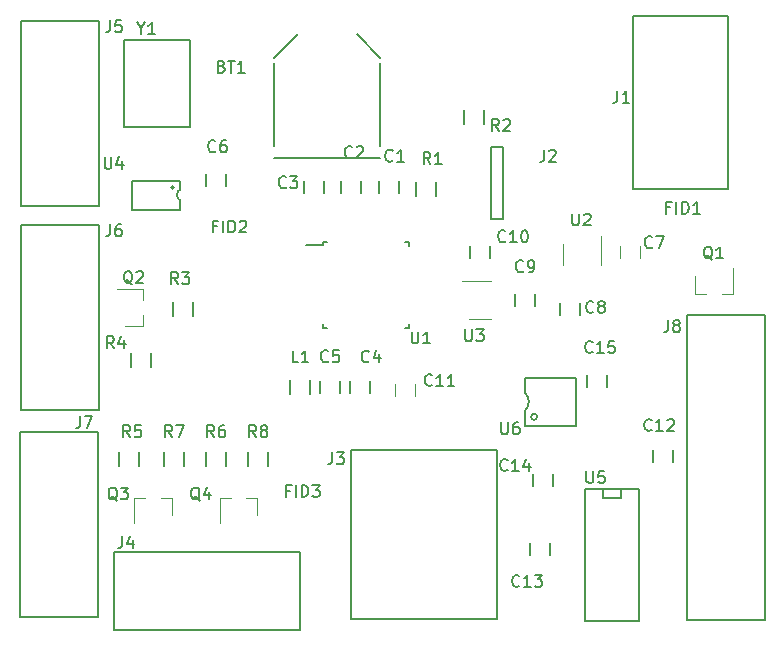
<source format=gbr>
G04 #@! TF.FileFunction,Legend,Top*
%FSLAX46Y46*%
G04 Gerber Fmt 4.6, Leading zero omitted, Abs format (unit mm)*
G04 Created by KiCad (PCBNEW 4.0.2-stable) date 1/20/2017 4:09:41 PM*
%MOMM*%
G01*
G04 APERTURE LIST*
%ADD10C,0.100000*%
%ADD11C,0.120000*%
%ADD12C,0.150000*%
G04 APERTURE END LIST*
D10*
D11*
X59858000Y-52440000D02*
X59858000Y-54240000D01*
X63078000Y-54240000D02*
X63078000Y-51790000D01*
D12*
X37385000Y-34640000D02*
X35385000Y-36640000D01*
X44385000Y-36640000D02*
X42385000Y-34640000D01*
X35385000Y-37140000D02*
X35385000Y-44140000D01*
X44385000Y-44140000D02*
X44385000Y-37140000D01*
X44385000Y-45140000D02*
X35385000Y-45140000D01*
X21868000Y-78488000D02*
X21868000Y-85088000D01*
X21868000Y-85088000D02*
X37568000Y-85088000D01*
X37568000Y-85088000D02*
X37568000Y-78488000D01*
X37568000Y-78488000D02*
X21868000Y-78488000D01*
X45935000Y-48125000D02*
X45935000Y-47125000D01*
X44235000Y-47125000D02*
X44235000Y-48125000D01*
X42760000Y-48125000D02*
X42760000Y-47125000D01*
X41060000Y-47125000D02*
X41060000Y-48125000D01*
X37885000Y-47125000D02*
X37885000Y-48125000D01*
X39585000Y-48125000D02*
X39585000Y-47125000D01*
X41822000Y-64016000D02*
X41822000Y-65016000D01*
X43522000Y-65016000D02*
X43522000Y-64016000D01*
X39282000Y-64016000D02*
X39282000Y-65016000D01*
X40982000Y-65016000D02*
X40982000Y-64016000D01*
X31330000Y-47490000D02*
X31330000Y-46490000D01*
X29630000Y-46490000D02*
X29630000Y-47490000D01*
X61302000Y-58412000D02*
X61302000Y-57412000D01*
X59602000Y-57412000D02*
X59602000Y-58412000D01*
X55792000Y-56650000D02*
X55792000Y-57650000D01*
X57492000Y-57650000D02*
X57492000Y-56650000D01*
X51982000Y-52586000D02*
X51982000Y-53586000D01*
X53682000Y-53586000D02*
X53682000Y-52586000D01*
X67476000Y-69858000D02*
X67476000Y-70858000D01*
X69176000Y-70858000D02*
X69176000Y-69858000D01*
X58762000Y-78732000D02*
X58762000Y-77732000D01*
X57062000Y-77732000D02*
X57062000Y-78732000D01*
X59016000Y-72890000D02*
X59016000Y-71890000D01*
X57316000Y-71890000D02*
X57316000Y-72890000D01*
X63588000Y-64508000D02*
X63588000Y-63508000D01*
X61888000Y-63508000D02*
X61888000Y-64508000D01*
X73866000Y-33132000D02*
X73866000Y-47752000D01*
X73866000Y-47752000D02*
X65786000Y-47752000D01*
X65786000Y-47752000D02*
X65786000Y-33132000D01*
X65786000Y-33132000D02*
X73866000Y-33132000D01*
X53721000Y-50292000D02*
X53721000Y-44196000D01*
X53721000Y-44196000D02*
X54737000Y-44196000D01*
X54737000Y-44196000D02*
X54737000Y-50292000D01*
X54737000Y-50292000D02*
X53721000Y-50292000D01*
X41910000Y-69880000D02*
X41910000Y-84180000D01*
X41910000Y-84180000D02*
X54260000Y-84180000D01*
X54260000Y-84180000D02*
X54260000Y-69880000D01*
X54260000Y-69880000D02*
X41910000Y-69880000D01*
X20572000Y-33552000D02*
X13972000Y-33552000D01*
X13972000Y-33552000D02*
X13972000Y-49252000D01*
X13972000Y-49252000D02*
X20572000Y-49252000D01*
X20572000Y-49252000D02*
X20572000Y-33552000D01*
X20572000Y-50824000D02*
X13972000Y-50824000D01*
X13972000Y-50824000D02*
X13972000Y-66524000D01*
X13972000Y-66524000D02*
X20572000Y-66524000D01*
X20572000Y-66524000D02*
X20572000Y-50824000D01*
X20445000Y-68350000D02*
X13845000Y-68350000D01*
X13845000Y-68350000D02*
X13845000Y-84050000D01*
X13845000Y-84050000D02*
X20445000Y-84050000D01*
X20445000Y-84050000D02*
X20445000Y-68350000D01*
X76960000Y-58444000D02*
X70360000Y-58444000D01*
X70360000Y-58444000D02*
X70360000Y-84304000D01*
X70360000Y-84304000D02*
X76960000Y-84304000D01*
X76960000Y-84304000D02*
X76960000Y-58444000D01*
X36717000Y-65116000D02*
X36717000Y-63916000D01*
X38467000Y-63916000D02*
X38467000Y-65116000D01*
D11*
X71064000Y-56640000D02*
X71994000Y-56640000D01*
X74224000Y-56640000D02*
X73294000Y-56640000D01*
X74224000Y-56640000D02*
X74224000Y-54480000D01*
X71064000Y-56640000D02*
X71064000Y-55180000D01*
X24255000Y-59365000D02*
X24255000Y-58435000D01*
X24255000Y-56205000D02*
X24255000Y-57135000D01*
X24255000Y-56205000D02*
X22095000Y-56205000D01*
X24255000Y-59365000D02*
X22795000Y-59365000D01*
X26726000Y-73916000D02*
X25796000Y-73916000D01*
X23566000Y-73916000D02*
X24496000Y-73916000D01*
X23566000Y-73916000D02*
X23566000Y-76076000D01*
X26726000Y-73916000D02*
X26726000Y-75376000D01*
X33965000Y-73916000D02*
X33035000Y-73916000D01*
X30805000Y-73916000D02*
X31735000Y-73916000D01*
X30805000Y-73916000D02*
X30805000Y-76076000D01*
X33965000Y-73916000D02*
X33965000Y-75376000D01*
D12*
X47385000Y-48352000D02*
X47385000Y-47152000D01*
X49135000Y-47152000D02*
X49135000Y-48352000D01*
X51449000Y-42256000D02*
X51449000Y-41056000D01*
X53199000Y-41056000D02*
X53199000Y-42256000D01*
X28561000Y-57312000D02*
X28561000Y-58512000D01*
X26811000Y-58512000D02*
X26811000Y-57312000D01*
X25005000Y-61630000D02*
X25005000Y-62830000D01*
X23255000Y-62830000D02*
X23255000Y-61630000D01*
X22239000Y-71212000D02*
X22239000Y-70012000D01*
X23989000Y-70012000D02*
X23989000Y-71212000D01*
X29605000Y-71212000D02*
X29605000Y-70012000D01*
X31355000Y-70012000D02*
X31355000Y-71212000D01*
X27799000Y-70012000D02*
X27799000Y-71212000D01*
X26049000Y-71212000D02*
X26049000Y-70012000D01*
X39555000Y-52255000D02*
X39555000Y-52480000D01*
X46805000Y-52255000D02*
X46805000Y-52580000D01*
X46805000Y-59505000D02*
X46805000Y-59180000D01*
X39555000Y-59505000D02*
X39555000Y-59180000D01*
X39555000Y-52255000D02*
X39880000Y-52255000D01*
X39555000Y-59505000D02*
X39880000Y-59505000D01*
X46805000Y-59505000D02*
X46480000Y-59505000D01*
X46805000Y-52255000D02*
X46480000Y-52255000D01*
X39555000Y-52480000D02*
X38130000Y-52480000D01*
D11*
X51932000Y-58760000D02*
X53732000Y-58760000D01*
X53732000Y-55540000D02*
X51282000Y-55540000D01*
D12*
X26924000Y-47625000D02*
G75*
G03X26924000Y-47625000I-127000J0D01*
G01*
X27432000Y-47117000D02*
X27432000Y-47879000D01*
X27432000Y-49530000D02*
X27432000Y-48641000D01*
X27305000Y-47879000D02*
G75*
G03X27305000Y-48641000I381000J-381000D01*
G01*
X27432000Y-47117000D02*
X23368000Y-47117000D01*
X23368000Y-47117000D02*
X23368000Y-49530000D01*
X23368000Y-49530000D02*
X27432000Y-49530000D01*
X64770000Y-73152000D02*
X64770000Y-73914000D01*
X64770000Y-73914000D02*
X63246000Y-73914000D01*
X63246000Y-73914000D02*
X63246000Y-73152000D01*
X66294000Y-84328000D02*
X61722000Y-84328000D01*
X61722000Y-84328000D02*
X61722000Y-73152000D01*
X61722000Y-73152000D02*
X66294000Y-73152000D01*
X66294000Y-73152000D02*
X66294000Y-84328000D01*
X57658000Y-67056000D02*
G75*
G03X57658000Y-67056000I-254000J0D01*
G01*
X56642000Y-67818000D02*
X56642000Y-66548000D01*
X56642000Y-63754000D02*
X56642000Y-65024000D01*
X56642000Y-66548000D02*
G75*
G03X56642000Y-65024000I-762000J762000D01*
G01*
X60960000Y-67564000D02*
X60960000Y-67818000D01*
X56642000Y-67818000D02*
X60960000Y-67818000D01*
X60960000Y-67564000D02*
X60960000Y-63754000D01*
X60960000Y-63754000D02*
X56642000Y-63754000D01*
X22676000Y-42556000D02*
X22676000Y-35156000D01*
X22676000Y-35156000D02*
X28276000Y-35156000D01*
X28276000Y-35156000D02*
X28276000Y-42556000D01*
X28276000Y-42556000D02*
X22676000Y-42556000D01*
D11*
X64682000Y-52586000D02*
X64682000Y-53586000D01*
X66382000Y-53586000D02*
X66382000Y-52586000D01*
D12*
X34911000Y-70012000D02*
X34911000Y-71212000D01*
X33161000Y-71212000D02*
X33161000Y-70012000D01*
D11*
X47332000Y-65270000D02*
X47332000Y-64270000D01*
X45632000Y-64270000D02*
X45632000Y-65270000D01*
D12*
X60638095Y-49852381D02*
X60638095Y-50661905D01*
X60685714Y-50757143D01*
X60733333Y-50804762D01*
X60828571Y-50852381D01*
X61019048Y-50852381D01*
X61114286Y-50804762D01*
X61161905Y-50757143D01*
X61209524Y-50661905D01*
X61209524Y-49852381D01*
X61638095Y-49947619D02*
X61685714Y-49900000D01*
X61780952Y-49852381D01*
X62019048Y-49852381D01*
X62114286Y-49900000D01*
X62161905Y-49947619D01*
X62209524Y-50042857D01*
X62209524Y-50138095D01*
X62161905Y-50280952D01*
X61590476Y-50852381D01*
X62209524Y-50852381D01*
X30964286Y-37393571D02*
X31107143Y-37441190D01*
X31154762Y-37488810D01*
X31202381Y-37584048D01*
X31202381Y-37726905D01*
X31154762Y-37822143D01*
X31107143Y-37869762D01*
X31011905Y-37917381D01*
X30630952Y-37917381D01*
X30630952Y-36917381D01*
X30964286Y-36917381D01*
X31059524Y-36965000D01*
X31107143Y-37012619D01*
X31154762Y-37107857D01*
X31154762Y-37203095D01*
X31107143Y-37298333D01*
X31059524Y-37345952D01*
X30964286Y-37393571D01*
X30630952Y-37393571D01*
X31488095Y-36917381D02*
X32059524Y-36917381D01*
X31773809Y-37917381D02*
X31773809Y-36917381D01*
X32916667Y-37917381D02*
X32345238Y-37917381D01*
X32630952Y-37917381D02*
X32630952Y-36917381D01*
X32535714Y-37060238D01*
X32440476Y-37155476D01*
X32345238Y-37203095D01*
X22526667Y-77176381D02*
X22526667Y-77890667D01*
X22479047Y-78033524D01*
X22383809Y-78128762D01*
X22240952Y-78176381D01*
X22145714Y-78176381D01*
X23431429Y-77509714D02*
X23431429Y-78176381D01*
X23193333Y-77128762D02*
X22955238Y-77843048D01*
X23574286Y-77843048D01*
X45433334Y-45357143D02*
X45385715Y-45404762D01*
X45242858Y-45452381D01*
X45147620Y-45452381D01*
X45004762Y-45404762D01*
X44909524Y-45309524D01*
X44861905Y-45214286D01*
X44814286Y-45023810D01*
X44814286Y-44880952D01*
X44861905Y-44690476D01*
X44909524Y-44595238D01*
X45004762Y-44500000D01*
X45147620Y-44452381D01*
X45242858Y-44452381D01*
X45385715Y-44500000D01*
X45433334Y-44547619D01*
X46385715Y-45452381D02*
X45814286Y-45452381D01*
X46100000Y-45452381D02*
X46100000Y-44452381D01*
X46004762Y-44595238D01*
X45909524Y-44690476D01*
X45814286Y-44738095D01*
X41997334Y-45061143D02*
X41949715Y-45108762D01*
X41806858Y-45156381D01*
X41711620Y-45156381D01*
X41568762Y-45108762D01*
X41473524Y-45013524D01*
X41425905Y-44918286D01*
X41378286Y-44727810D01*
X41378286Y-44584952D01*
X41425905Y-44394476D01*
X41473524Y-44299238D01*
X41568762Y-44204000D01*
X41711620Y-44156381D01*
X41806858Y-44156381D01*
X41949715Y-44204000D01*
X41997334Y-44251619D01*
X42378286Y-44251619D02*
X42425905Y-44204000D01*
X42521143Y-44156381D01*
X42759239Y-44156381D01*
X42854477Y-44204000D01*
X42902096Y-44251619D01*
X42949715Y-44346857D01*
X42949715Y-44442095D01*
X42902096Y-44584952D01*
X42330667Y-45156381D01*
X42949715Y-45156381D01*
X36409334Y-47601143D02*
X36361715Y-47648762D01*
X36218858Y-47696381D01*
X36123620Y-47696381D01*
X35980762Y-47648762D01*
X35885524Y-47553524D01*
X35837905Y-47458286D01*
X35790286Y-47267810D01*
X35790286Y-47124952D01*
X35837905Y-46934476D01*
X35885524Y-46839238D01*
X35980762Y-46744000D01*
X36123620Y-46696381D01*
X36218858Y-46696381D01*
X36361715Y-46744000D01*
X36409334Y-46791619D01*
X36742667Y-46696381D02*
X37361715Y-46696381D01*
X37028381Y-47077333D01*
X37171239Y-47077333D01*
X37266477Y-47124952D01*
X37314096Y-47172571D01*
X37361715Y-47267810D01*
X37361715Y-47505905D01*
X37314096Y-47601143D01*
X37266477Y-47648762D01*
X37171239Y-47696381D01*
X36885524Y-47696381D01*
X36790286Y-47648762D01*
X36742667Y-47601143D01*
X43433334Y-62357143D02*
X43385715Y-62404762D01*
X43242858Y-62452381D01*
X43147620Y-62452381D01*
X43004762Y-62404762D01*
X42909524Y-62309524D01*
X42861905Y-62214286D01*
X42814286Y-62023810D01*
X42814286Y-61880952D01*
X42861905Y-61690476D01*
X42909524Y-61595238D01*
X43004762Y-61500000D01*
X43147620Y-61452381D01*
X43242858Y-61452381D01*
X43385715Y-61500000D01*
X43433334Y-61547619D01*
X44290477Y-61785714D02*
X44290477Y-62452381D01*
X44052381Y-61404762D02*
X43814286Y-62119048D01*
X44433334Y-62119048D01*
X39965334Y-62333143D02*
X39917715Y-62380762D01*
X39774858Y-62428381D01*
X39679620Y-62428381D01*
X39536762Y-62380762D01*
X39441524Y-62285524D01*
X39393905Y-62190286D01*
X39346286Y-61999810D01*
X39346286Y-61856952D01*
X39393905Y-61666476D01*
X39441524Y-61571238D01*
X39536762Y-61476000D01*
X39679620Y-61428381D01*
X39774858Y-61428381D01*
X39917715Y-61476000D01*
X39965334Y-61523619D01*
X40870096Y-61428381D02*
X40393905Y-61428381D01*
X40346286Y-61904571D01*
X40393905Y-61856952D01*
X40489143Y-61809333D01*
X40727239Y-61809333D01*
X40822477Y-61856952D01*
X40870096Y-61904571D01*
X40917715Y-61999810D01*
X40917715Y-62237905D01*
X40870096Y-62333143D01*
X40822477Y-62380762D01*
X40727239Y-62428381D01*
X40489143Y-62428381D01*
X40393905Y-62380762D01*
X40346286Y-62333143D01*
X30433334Y-44557143D02*
X30385715Y-44604762D01*
X30242858Y-44652381D01*
X30147620Y-44652381D01*
X30004762Y-44604762D01*
X29909524Y-44509524D01*
X29861905Y-44414286D01*
X29814286Y-44223810D01*
X29814286Y-44080952D01*
X29861905Y-43890476D01*
X29909524Y-43795238D01*
X30004762Y-43700000D01*
X30147620Y-43652381D01*
X30242858Y-43652381D01*
X30385715Y-43700000D01*
X30433334Y-43747619D01*
X31290477Y-43652381D02*
X31100000Y-43652381D01*
X31004762Y-43700000D01*
X30957143Y-43747619D01*
X30861905Y-43890476D01*
X30814286Y-44080952D01*
X30814286Y-44461905D01*
X30861905Y-44557143D01*
X30909524Y-44604762D01*
X31004762Y-44652381D01*
X31195239Y-44652381D01*
X31290477Y-44604762D01*
X31338096Y-44557143D01*
X31385715Y-44461905D01*
X31385715Y-44223810D01*
X31338096Y-44128571D01*
X31290477Y-44080952D01*
X31195239Y-44033333D01*
X31004762Y-44033333D01*
X30909524Y-44080952D01*
X30861905Y-44128571D01*
X30814286Y-44223810D01*
X62433334Y-58157143D02*
X62385715Y-58204762D01*
X62242858Y-58252381D01*
X62147620Y-58252381D01*
X62004762Y-58204762D01*
X61909524Y-58109524D01*
X61861905Y-58014286D01*
X61814286Y-57823810D01*
X61814286Y-57680952D01*
X61861905Y-57490476D01*
X61909524Y-57395238D01*
X62004762Y-57300000D01*
X62147620Y-57252381D01*
X62242858Y-57252381D01*
X62385715Y-57300000D01*
X62433334Y-57347619D01*
X63004762Y-57680952D02*
X62909524Y-57633333D01*
X62861905Y-57585714D01*
X62814286Y-57490476D01*
X62814286Y-57442857D01*
X62861905Y-57347619D01*
X62909524Y-57300000D01*
X63004762Y-57252381D01*
X63195239Y-57252381D01*
X63290477Y-57300000D01*
X63338096Y-57347619D01*
X63385715Y-57442857D01*
X63385715Y-57490476D01*
X63338096Y-57585714D01*
X63290477Y-57633333D01*
X63195239Y-57680952D01*
X63004762Y-57680952D01*
X62909524Y-57728571D01*
X62861905Y-57776190D01*
X62814286Y-57871429D01*
X62814286Y-58061905D01*
X62861905Y-58157143D01*
X62909524Y-58204762D01*
X63004762Y-58252381D01*
X63195239Y-58252381D01*
X63290477Y-58204762D01*
X63338096Y-58157143D01*
X63385715Y-58061905D01*
X63385715Y-57871429D01*
X63338096Y-57776190D01*
X63290477Y-57728571D01*
X63195239Y-57680952D01*
X56475334Y-54713143D02*
X56427715Y-54760762D01*
X56284858Y-54808381D01*
X56189620Y-54808381D01*
X56046762Y-54760762D01*
X55951524Y-54665524D01*
X55903905Y-54570286D01*
X55856286Y-54379810D01*
X55856286Y-54236952D01*
X55903905Y-54046476D01*
X55951524Y-53951238D01*
X56046762Y-53856000D01*
X56189620Y-53808381D01*
X56284858Y-53808381D01*
X56427715Y-53856000D01*
X56475334Y-53903619D01*
X56951524Y-54808381D02*
X57142000Y-54808381D01*
X57237239Y-54760762D01*
X57284858Y-54713143D01*
X57380096Y-54570286D01*
X57427715Y-54379810D01*
X57427715Y-53998857D01*
X57380096Y-53903619D01*
X57332477Y-53856000D01*
X57237239Y-53808381D01*
X57046762Y-53808381D01*
X56951524Y-53856000D01*
X56903905Y-53903619D01*
X56856286Y-53998857D01*
X56856286Y-54236952D01*
X56903905Y-54332190D01*
X56951524Y-54379810D01*
X57046762Y-54427429D01*
X57237239Y-54427429D01*
X57332477Y-54379810D01*
X57380096Y-54332190D01*
X57427715Y-54236952D01*
X54983143Y-52173143D02*
X54935524Y-52220762D01*
X54792667Y-52268381D01*
X54697429Y-52268381D01*
X54554571Y-52220762D01*
X54459333Y-52125524D01*
X54411714Y-52030286D01*
X54364095Y-51839810D01*
X54364095Y-51696952D01*
X54411714Y-51506476D01*
X54459333Y-51411238D01*
X54554571Y-51316000D01*
X54697429Y-51268381D01*
X54792667Y-51268381D01*
X54935524Y-51316000D01*
X54983143Y-51363619D01*
X55935524Y-52268381D02*
X55364095Y-52268381D01*
X55649809Y-52268381D02*
X55649809Y-51268381D01*
X55554571Y-51411238D01*
X55459333Y-51506476D01*
X55364095Y-51554095D01*
X56554571Y-51268381D02*
X56649810Y-51268381D01*
X56745048Y-51316000D01*
X56792667Y-51363619D01*
X56840286Y-51458857D01*
X56887905Y-51649333D01*
X56887905Y-51887429D01*
X56840286Y-52077905D01*
X56792667Y-52173143D01*
X56745048Y-52220762D01*
X56649810Y-52268381D01*
X56554571Y-52268381D01*
X56459333Y-52220762D01*
X56411714Y-52173143D01*
X56364095Y-52077905D01*
X56316476Y-51887429D01*
X56316476Y-51649333D01*
X56364095Y-51458857D01*
X56411714Y-51363619D01*
X56459333Y-51316000D01*
X56554571Y-51268381D01*
X67357143Y-68157143D02*
X67309524Y-68204762D01*
X67166667Y-68252381D01*
X67071429Y-68252381D01*
X66928571Y-68204762D01*
X66833333Y-68109524D01*
X66785714Y-68014286D01*
X66738095Y-67823810D01*
X66738095Y-67680952D01*
X66785714Y-67490476D01*
X66833333Y-67395238D01*
X66928571Y-67300000D01*
X67071429Y-67252381D01*
X67166667Y-67252381D01*
X67309524Y-67300000D01*
X67357143Y-67347619D01*
X68309524Y-68252381D02*
X67738095Y-68252381D01*
X68023809Y-68252381D02*
X68023809Y-67252381D01*
X67928571Y-67395238D01*
X67833333Y-67490476D01*
X67738095Y-67538095D01*
X68690476Y-67347619D02*
X68738095Y-67300000D01*
X68833333Y-67252381D01*
X69071429Y-67252381D01*
X69166667Y-67300000D01*
X69214286Y-67347619D01*
X69261905Y-67442857D01*
X69261905Y-67538095D01*
X69214286Y-67680952D01*
X68642857Y-68252381D01*
X69261905Y-68252381D01*
X56157143Y-81357143D02*
X56109524Y-81404762D01*
X55966667Y-81452381D01*
X55871429Y-81452381D01*
X55728571Y-81404762D01*
X55633333Y-81309524D01*
X55585714Y-81214286D01*
X55538095Y-81023810D01*
X55538095Y-80880952D01*
X55585714Y-80690476D01*
X55633333Y-80595238D01*
X55728571Y-80500000D01*
X55871429Y-80452381D01*
X55966667Y-80452381D01*
X56109524Y-80500000D01*
X56157143Y-80547619D01*
X57109524Y-81452381D02*
X56538095Y-81452381D01*
X56823809Y-81452381D02*
X56823809Y-80452381D01*
X56728571Y-80595238D01*
X56633333Y-80690476D01*
X56538095Y-80738095D01*
X57442857Y-80452381D02*
X58061905Y-80452381D01*
X57728571Y-80833333D01*
X57871429Y-80833333D01*
X57966667Y-80880952D01*
X58014286Y-80928571D01*
X58061905Y-81023810D01*
X58061905Y-81261905D01*
X58014286Y-81357143D01*
X57966667Y-81404762D01*
X57871429Y-81452381D01*
X57585714Y-81452381D01*
X57490476Y-81404762D01*
X57442857Y-81357143D01*
X55157143Y-71557143D02*
X55109524Y-71604762D01*
X54966667Y-71652381D01*
X54871429Y-71652381D01*
X54728571Y-71604762D01*
X54633333Y-71509524D01*
X54585714Y-71414286D01*
X54538095Y-71223810D01*
X54538095Y-71080952D01*
X54585714Y-70890476D01*
X54633333Y-70795238D01*
X54728571Y-70700000D01*
X54871429Y-70652381D01*
X54966667Y-70652381D01*
X55109524Y-70700000D01*
X55157143Y-70747619D01*
X56109524Y-71652381D02*
X55538095Y-71652381D01*
X55823809Y-71652381D02*
X55823809Y-70652381D01*
X55728571Y-70795238D01*
X55633333Y-70890476D01*
X55538095Y-70938095D01*
X56966667Y-70985714D02*
X56966667Y-71652381D01*
X56728571Y-70604762D02*
X56490476Y-71319048D01*
X57109524Y-71319048D01*
X62357143Y-61557143D02*
X62309524Y-61604762D01*
X62166667Y-61652381D01*
X62071429Y-61652381D01*
X61928571Y-61604762D01*
X61833333Y-61509524D01*
X61785714Y-61414286D01*
X61738095Y-61223810D01*
X61738095Y-61080952D01*
X61785714Y-60890476D01*
X61833333Y-60795238D01*
X61928571Y-60700000D01*
X62071429Y-60652381D01*
X62166667Y-60652381D01*
X62309524Y-60700000D01*
X62357143Y-60747619D01*
X63309524Y-61652381D02*
X62738095Y-61652381D01*
X63023809Y-61652381D02*
X63023809Y-60652381D01*
X62928571Y-60795238D01*
X62833333Y-60890476D01*
X62738095Y-60938095D01*
X64214286Y-60652381D02*
X63738095Y-60652381D01*
X63690476Y-61128571D01*
X63738095Y-61080952D01*
X63833333Y-61033333D01*
X64071429Y-61033333D01*
X64166667Y-61080952D01*
X64214286Y-61128571D01*
X64261905Y-61223810D01*
X64261905Y-61461905D01*
X64214286Y-61557143D01*
X64166667Y-61604762D01*
X64071429Y-61652381D01*
X63833333Y-61652381D01*
X63738095Y-61604762D01*
X63690476Y-61557143D01*
X64466667Y-39452381D02*
X64466667Y-40166667D01*
X64419047Y-40309524D01*
X64323809Y-40404762D01*
X64180952Y-40452381D01*
X64085714Y-40452381D01*
X65466667Y-40452381D02*
X64895238Y-40452381D01*
X65180952Y-40452381D02*
X65180952Y-39452381D01*
X65085714Y-39595238D01*
X64990476Y-39690476D01*
X64895238Y-39738095D01*
X58266667Y-44452381D02*
X58266667Y-45166667D01*
X58219047Y-45309524D01*
X58123809Y-45404762D01*
X57980952Y-45452381D01*
X57885714Y-45452381D01*
X58695238Y-44547619D02*
X58742857Y-44500000D01*
X58838095Y-44452381D01*
X59076191Y-44452381D01*
X59171429Y-44500000D01*
X59219048Y-44547619D01*
X59266667Y-44642857D01*
X59266667Y-44738095D01*
X59219048Y-44880952D01*
X58647619Y-45452381D01*
X59266667Y-45452381D01*
X40306667Y-70064381D02*
X40306667Y-70778667D01*
X40259047Y-70921524D01*
X40163809Y-71016762D01*
X40020952Y-71064381D01*
X39925714Y-71064381D01*
X40687619Y-70064381D02*
X41306667Y-70064381D01*
X40973333Y-70445333D01*
X41116191Y-70445333D01*
X41211429Y-70492952D01*
X41259048Y-70540571D01*
X41306667Y-70635810D01*
X41306667Y-70873905D01*
X41259048Y-70969143D01*
X41211429Y-71016762D01*
X41116191Y-71064381D01*
X40830476Y-71064381D01*
X40735238Y-71016762D01*
X40687619Y-70969143D01*
X21510667Y-33488381D02*
X21510667Y-34202667D01*
X21463047Y-34345524D01*
X21367809Y-34440762D01*
X21224952Y-34488381D01*
X21129714Y-34488381D01*
X22463048Y-33488381D02*
X21986857Y-33488381D01*
X21939238Y-33964571D01*
X21986857Y-33916952D01*
X22082095Y-33869333D01*
X22320191Y-33869333D01*
X22415429Y-33916952D01*
X22463048Y-33964571D01*
X22510667Y-34059810D01*
X22510667Y-34297905D01*
X22463048Y-34393143D01*
X22415429Y-34440762D01*
X22320191Y-34488381D01*
X22082095Y-34488381D01*
X21986857Y-34440762D01*
X21939238Y-34393143D01*
X21510667Y-50760381D02*
X21510667Y-51474667D01*
X21463047Y-51617524D01*
X21367809Y-51712762D01*
X21224952Y-51760381D01*
X21129714Y-51760381D01*
X22415429Y-50760381D02*
X22224952Y-50760381D01*
X22129714Y-50808000D01*
X22082095Y-50855619D01*
X21986857Y-50998476D01*
X21939238Y-51188952D01*
X21939238Y-51569905D01*
X21986857Y-51665143D01*
X22034476Y-51712762D01*
X22129714Y-51760381D01*
X22320191Y-51760381D01*
X22415429Y-51712762D01*
X22463048Y-51665143D01*
X22510667Y-51569905D01*
X22510667Y-51331810D01*
X22463048Y-51236571D01*
X22415429Y-51188952D01*
X22320191Y-51141333D01*
X22129714Y-51141333D01*
X22034476Y-51188952D01*
X21986857Y-51236571D01*
X21939238Y-51331810D01*
X18970667Y-67016381D02*
X18970667Y-67730667D01*
X18923047Y-67873524D01*
X18827809Y-67968762D01*
X18684952Y-68016381D01*
X18589714Y-68016381D01*
X19351619Y-67016381D02*
X20018286Y-67016381D01*
X19589714Y-68016381D01*
X68754667Y-58888381D02*
X68754667Y-59602667D01*
X68707047Y-59745524D01*
X68611809Y-59840762D01*
X68468952Y-59888381D01*
X68373714Y-59888381D01*
X69373714Y-59316952D02*
X69278476Y-59269333D01*
X69230857Y-59221714D01*
X69183238Y-59126476D01*
X69183238Y-59078857D01*
X69230857Y-58983619D01*
X69278476Y-58936000D01*
X69373714Y-58888381D01*
X69564191Y-58888381D01*
X69659429Y-58936000D01*
X69707048Y-58983619D01*
X69754667Y-59078857D01*
X69754667Y-59126476D01*
X69707048Y-59221714D01*
X69659429Y-59269333D01*
X69564191Y-59316952D01*
X69373714Y-59316952D01*
X69278476Y-59364571D01*
X69230857Y-59412190D01*
X69183238Y-59507429D01*
X69183238Y-59697905D01*
X69230857Y-59793143D01*
X69278476Y-59840762D01*
X69373714Y-59888381D01*
X69564191Y-59888381D01*
X69659429Y-59840762D01*
X69707048Y-59793143D01*
X69754667Y-59697905D01*
X69754667Y-59507429D01*
X69707048Y-59412190D01*
X69659429Y-59364571D01*
X69564191Y-59316952D01*
X37433334Y-62452381D02*
X36957143Y-62452381D01*
X36957143Y-61452381D01*
X38290477Y-62452381D02*
X37719048Y-62452381D01*
X38004762Y-62452381D02*
X38004762Y-61452381D01*
X37909524Y-61595238D01*
X37814286Y-61690476D01*
X37719048Y-61738095D01*
X72504762Y-53747619D02*
X72409524Y-53700000D01*
X72314286Y-53604762D01*
X72171429Y-53461905D01*
X72076190Y-53414286D01*
X71980952Y-53414286D01*
X72028571Y-53652381D02*
X71933333Y-53604762D01*
X71838095Y-53509524D01*
X71790476Y-53319048D01*
X71790476Y-52985714D01*
X71838095Y-52795238D01*
X71933333Y-52700000D01*
X72028571Y-52652381D01*
X72219048Y-52652381D01*
X72314286Y-52700000D01*
X72409524Y-52795238D01*
X72457143Y-52985714D01*
X72457143Y-53319048D01*
X72409524Y-53509524D01*
X72314286Y-53604762D01*
X72219048Y-53652381D01*
X72028571Y-53652381D01*
X73409524Y-53652381D02*
X72838095Y-53652381D01*
X73123809Y-53652381D02*
X73123809Y-52652381D01*
X73028571Y-52795238D01*
X72933333Y-52890476D01*
X72838095Y-52938095D01*
X23399762Y-55832619D02*
X23304524Y-55785000D01*
X23209286Y-55689762D01*
X23066429Y-55546905D01*
X22971190Y-55499286D01*
X22875952Y-55499286D01*
X22923571Y-55737381D02*
X22828333Y-55689762D01*
X22733095Y-55594524D01*
X22685476Y-55404048D01*
X22685476Y-55070714D01*
X22733095Y-54880238D01*
X22828333Y-54785000D01*
X22923571Y-54737381D01*
X23114048Y-54737381D01*
X23209286Y-54785000D01*
X23304524Y-54880238D01*
X23352143Y-55070714D01*
X23352143Y-55404048D01*
X23304524Y-55594524D01*
X23209286Y-55689762D01*
X23114048Y-55737381D01*
X22923571Y-55737381D01*
X23733095Y-54832619D02*
X23780714Y-54785000D01*
X23875952Y-54737381D01*
X24114048Y-54737381D01*
X24209286Y-54785000D01*
X24256905Y-54832619D01*
X24304524Y-54927857D01*
X24304524Y-55023095D01*
X24256905Y-55165952D01*
X23685476Y-55737381D01*
X24304524Y-55737381D01*
X22104762Y-74147619D02*
X22009524Y-74100000D01*
X21914286Y-74004762D01*
X21771429Y-73861905D01*
X21676190Y-73814286D01*
X21580952Y-73814286D01*
X21628571Y-74052381D02*
X21533333Y-74004762D01*
X21438095Y-73909524D01*
X21390476Y-73719048D01*
X21390476Y-73385714D01*
X21438095Y-73195238D01*
X21533333Y-73100000D01*
X21628571Y-73052381D01*
X21819048Y-73052381D01*
X21914286Y-73100000D01*
X22009524Y-73195238D01*
X22057143Y-73385714D01*
X22057143Y-73719048D01*
X22009524Y-73909524D01*
X21914286Y-74004762D01*
X21819048Y-74052381D01*
X21628571Y-74052381D01*
X22390476Y-73052381D02*
X23009524Y-73052381D01*
X22676190Y-73433333D01*
X22819048Y-73433333D01*
X22914286Y-73480952D01*
X22961905Y-73528571D01*
X23009524Y-73623810D01*
X23009524Y-73861905D01*
X22961905Y-73957143D01*
X22914286Y-74004762D01*
X22819048Y-74052381D01*
X22533333Y-74052381D01*
X22438095Y-74004762D01*
X22390476Y-73957143D01*
X29104762Y-74147619D02*
X29009524Y-74100000D01*
X28914286Y-74004762D01*
X28771429Y-73861905D01*
X28676190Y-73814286D01*
X28580952Y-73814286D01*
X28628571Y-74052381D02*
X28533333Y-74004762D01*
X28438095Y-73909524D01*
X28390476Y-73719048D01*
X28390476Y-73385714D01*
X28438095Y-73195238D01*
X28533333Y-73100000D01*
X28628571Y-73052381D01*
X28819048Y-73052381D01*
X28914286Y-73100000D01*
X29009524Y-73195238D01*
X29057143Y-73385714D01*
X29057143Y-73719048D01*
X29009524Y-73909524D01*
X28914286Y-74004762D01*
X28819048Y-74052381D01*
X28628571Y-74052381D01*
X29914286Y-73385714D02*
X29914286Y-74052381D01*
X29676190Y-73004762D02*
X29438095Y-73719048D01*
X30057143Y-73719048D01*
X48633334Y-45652381D02*
X48300000Y-45176190D01*
X48061905Y-45652381D02*
X48061905Y-44652381D01*
X48442858Y-44652381D01*
X48538096Y-44700000D01*
X48585715Y-44747619D01*
X48633334Y-44842857D01*
X48633334Y-44985714D01*
X48585715Y-45080952D01*
X48538096Y-45128571D01*
X48442858Y-45176190D01*
X48061905Y-45176190D01*
X49585715Y-45652381D02*
X49014286Y-45652381D01*
X49300000Y-45652381D02*
X49300000Y-44652381D01*
X49204762Y-44795238D01*
X49109524Y-44890476D01*
X49014286Y-44938095D01*
X54433334Y-42852381D02*
X54100000Y-42376190D01*
X53861905Y-42852381D02*
X53861905Y-41852381D01*
X54242858Y-41852381D01*
X54338096Y-41900000D01*
X54385715Y-41947619D01*
X54433334Y-42042857D01*
X54433334Y-42185714D01*
X54385715Y-42280952D01*
X54338096Y-42328571D01*
X54242858Y-42376190D01*
X53861905Y-42376190D01*
X54814286Y-41947619D02*
X54861905Y-41900000D01*
X54957143Y-41852381D01*
X55195239Y-41852381D01*
X55290477Y-41900000D01*
X55338096Y-41947619D01*
X55385715Y-42042857D01*
X55385715Y-42138095D01*
X55338096Y-42280952D01*
X54766667Y-42852381D01*
X55385715Y-42852381D01*
X27265334Y-55824381D02*
X26932000Y-55348190D01*
X26693905Y-55824381D02*
X26693905Y-54824381D01*
X27074858Y-54824381D01*
X27170096Y-54872000D01*
X27217715Y-54919619D01*
X27265334Y-55014857D01*
X27265334Y-55157714D01*
X27217715Y-55252952D01*
X27170096Y-55300571D01*
X27074858Y-55348190D01*
X26693905Y-55348190D01*
X27598667Y-54824381D02*
X28217715Y-54824381D01*
X27884381Y-55205333D01*
X28027239Y-55205333D01*
X28122477Y-55252952D01*
X28170096Y-55300571D01*
X28217715Y-55395810D01*
X28217715Y-55633905D01*
X28170096Y-55729143D01*
X28122477Y-55776762D01*
X28027239Y-55824381D01*
X27741524Y-55824381D01*
X27646286Y-55776762D01*
X27598667Y-55729143D01*
X21833334Y-61252381D02*
X21500000Y-60776190D01*
X21261905Y-61252381D02*
X21261905Y-60252381D01*
X21642858Y-60252381D01*
X21738096Y-60300000D01*
X21785715Y-60347619D01*
X21833334Y-60442857D01*
X21833334Y-60585714D01*
X21785715Y-60680952D01*
X21738096Y-60728571D01*
X21642858Y-60776190D01*
X21261905Y-60776190D01*
X22690477Y-60585714D02*
X22690477Y-61252381D01*
X22452381Y-60204762D02*
X22214286Y-60919048D01*
X22833334Y-60919048D01*
X23201334Y-68778381D02*
X22868000Y-68302190D01*
X22629905Y-68778381D02*
X22629905Y-67778381D01*
X23010858Y-67778381D01*
X23106096Y-67826000D01*
X23153715Y-67873619D01*
X23201334Y-67968857D01*
X23201334Y-68111714D01*
X23153715Y-68206952D01*
X23106096Y-68254571D01*
X23010858Y-68302190D01*
X22629905Y-68302190D01*
X24106096Y-67778381D02*
X23629905Y-67778381D01*
X23582286Y-68254571D01*
X23629905Y-68206952D01*
X23725143Y-68159333D01*
X23963239Y-68159333D01*
X24058477Y-68206952D01*
X24106096Y-68254571D01*
X24153715Y-68349810D01*
X24153715Y-68587905D01*
X24106096Y-68683143D01*
X24058477Y-68730762D01*
X23963239Y-68778381D01*
X23725143Y-68778381D01*
X23629905Y-68730762D01*
X23582286Y-68683143D01*
X30313334Y-68778381D02*
X29980000Y-68302190D01*
X29741905Y-68778381D02*
X29741905Y-67778381D01*
X30122858Y-67778381D01*
X30218096Y-67826000D01*
X30265715Y-67873619D01*
X30313334Y-67968857D01*
X30313334Y-68111714D01*
X30265715Y-68206952D01*
X30218096Y-68254571D01*
X30122858Y-68302190D01*
X29741905Y-68302190D01*
X31170477Y-67778381D02*
X30980000Y-67778381D01*
X30884762Y-67826000D01*
X30837143Y-67873619D01*
X30741905Y-68016476D01*
X30694286Y-68206952D01*
X30694286Y-68587905D01*
X30741905Y-68683143D01*
X30789524Y-68730762D01*
X30884762Y-68778381D01*
X31075239Y-68778381D01*
X31170477Y-68730762D01*
X31218096Y-68683143D01*
X31265715Y-68587905D01*
X31265715Y-68349810D01*
X31218096Y-68254571D01*
X31170477Y-68206952D01*
X31075239Y-68159333D01*
X30884762Y-68159333D01*
X30789524Y-68206952D01*
X30741905Y-68254571D01*
X30694286Y-68349810D01*
X26757334Y-68778381D02*
X26424000Y-68302190D01*
X26185905Y-68778381D02*
X26185905Y-67778381D01*
X26566858Y-67778381D01*
X26662096Y-67826000D01*
X26709715Y-67873619D01*
X26757334Y-67968857D01*
X26757334Y-68111714D01*
X26709715Y-68206952D01*
X26662096Y-68254571D01*
X26566858Y-68302190D01*
X26185905Y-68302190D01*
X27090667Y-67778381D02*
X27757334Y-67778381D01*
X27328762Y-68778381D01*
X47038095Y-59852381D02*
X47038095Y-60661905D01*
X47085714Y-60757143D01*
X47133333Y-60804762D01*
X47228571Y-60852381D01*
X47419048Y-60852381D01*
X47514286Y-60804762D01*
X47561905Y-60757143D01*
X47609524Y-60661905D01*
X47609524Y-59852381D01*
X48609524Y-60852381D02*
X48038095Y-60852381D01*
X48323809Y-60852381D02*
X48323809Y-59852381D01*
X48228571Y-59995238D01*
X48133333Y-60090476D01*
X48038095Y-60138095D01*
X51562095Y-59650381D02*
X51562095Y-60459905D01*
X51609714Y-60555143D01*
X51657333Y-60602762D01*
X51752571Y-60650381D01*
X51943048Y-60650381D01*
X52038286Y-60602762D01*
X52085905Y-60555143D01*
X52133524Y-60459905D01*
X52133524Y-59650381D01*
X52514476Y-59650381D02*
X53133524Y-59650381D01*
X52800190Y-60031333D01*
X52943048Y-60031333D01*
X53038286Y-60078952D01*
X53085905Y-60126571D01*
X53133524Y-60221810D01*
X53133524Y-60459905D01*
X53085905Y-60555143D01*
X53038286Y-60602762D01*
X52943048Y-60650381D01*
X52657333Y-60650381D01*
X52562095Y-60602762D01*
X52514476Y-60555143D01*
X21038095Y-45052381D02*
X21038095Y-45861905D01*
X21085714Y-45957143D01*
X21133333Y-46004762D01*
X21228571Y-46052381D01*
X21419048Y-46052381D01*
X21514286Y-46004762D01*
X21561905Y-45957143D01*
X21609524Y-45861905D01*
X21609524Y-45052381D01*
X22514286Y-45385714D02*
X22514286Y-46052381D01*
X22276190Y-45004762D02*
X22038095Y-45719048D01*
X22657143Y-45719048D01*
X61838095Y-71652381D02*
X61838095Y-72461905D01*
X61885714Y-72557143D01*
X61933333Y-72604762D01*
X62028571Y-72652381D01*
X62219048Y-72652381D01*
X62314286Y-72604762D01*
X62361905Y-72557143D01*
X62409524Y-72461905D01*
X62409524Y-71652381D01*
X63361905Y-71652381D02*
X62885714Y-71652381D01*
X62838095Y-72128571D01*
X62885714Y-72080952D01*
X62980952Y-72033333D01*
X63219048Y-72033333D01*
X63314286Y-72080952D01*
X63361905Y-72128571D01*
X63409524Y-72223810D01*
X63409524Y-72461905D01*
X63361905Y-72557143D01*
X63314286Y-72604762D01*
X63219048Y-72652381D01*
X62980952Y-72652381D01*
X62885714Y-72604762D01*
X62838095Y-72557143D01*
X54610095Y-67524381D02*
X54610095Y-68333905D01*
X54657714Y-68429143D01*
X54705333Y-68476762D01*
X54800571Y-68524381D01*
X54991048Y-68524381D01*
X55086286Y-68476762D01*
X55133905Y-68429143D01*
X55181524Y-68333905D01*
X55181524Y-67524381D01*
X56086286Y-67524381D02*
X55895809Y-67524381D01*
X55800571Y-67572000D01*
X55752952Y-67619619D01*
X55657714Y-67762476D01*
X55610095Y-67952952D01*
X55610095Y-68333905D01*
X55657714Y-68429143D01*
X55705333Y-68476762D01*
X55800571Y-68524381D01*
X55991048Y-68524381D01*
X56086286Y-68476762D01*
X56133905Y-68429143D01*
X56181524Y-68333905D01*
X56181524Y-68095810D01*
X56133905Y-68000571D01*
X56086286Y-67952952D01*
X55991048Y-67905333D01*
X55800571Y-67905333D01*
X55705333Y-67952952D01*
X55657714Y-68000571D01*
X55610095Y-68095810D01*
X24123809Y-34176190D02*
X24123809Y-34652381D01*
X23790476Y-33652381D02*
X24123809Y-34176190D01*
X24457143Y-33652381D01*
X25314286Y-34652381D02*
X24742857Y-34652381D01*
X25028571Y-34652381D02*
X25028571Y-33652381D01*
X24933333Y-33795238D01*
X24838095Y-33890476D01*
X24742857Y-33938095D01*
X67397334Y-52681143D02*
X67349715Y-52728762D01*
X67206858Y-52776381D01*
X67111620Y-52776381D01*
X66968762Y-52728762D01*
X66873524Y-52633524D01*
X66825905Y-52538286D01*
X66778286Y-52347810D01*
X66778286Y-52204952D01*
X66825905Y-52014476D01*
X66873524Y-51919238D01*
X66968762Y-51824000D01*
X67111620Y-51776381D01*
X67206858Y-51776381D01*
X67349715Y-51824000D01*
X67397334Y-51871619D01*
X67730667Y-51776381D02*
X68397334Y-51776381D01*
X67968762Y-52776381D01*
X33869334Y-68778381D02*
X33536000Y-68302190D01*
X33297905Y-68778381D02*
X33297905Y-67778381D01*
X33678858Y-67778381D01*
X33774096Y-67826000D01*
X33821715Y-67873619D01*
X33869334Y-67968857D01*
X33869334Y-68111714D01*
X33821715Y-68206952D01*
X33774096Y-68254571D01*
X33678858Y-68302190D01*
X33297905Y-68302190D01*
X34440762Y-68206952D02*
X34345524Y-68159333D01*
X34297905Y-68111714D01*
X34250286Y-68016476D01*
X34250286Y-67968857D01*
X34297905Y-67873619D01*
X34345524Y-67826000D01*
X34440762Y-67778381D01*
X34631239Y-67778381D01*
X34726477Y-67826000D01*
X34774096Y-67873619D01*
X34821715Y-67968857D01*
X34821715Y-68016476D01*
X34774096Y-68111714D01*
X34726477Y-68159333D01*
X34631239Y-68206952D01*
X34440762Y-68206952D01*
X34345524Y-68254571D01*
X34297905Y-68302190D01*
X34250286Y-68397429D01*
X34250286Y-68587905D01*
X34297905Y-68683143D01*
X34345524Y-68730762D01*
X34440762Y-68778381D01*
X34631239Y-68778381D01*
X34726477Y-68730762D01*
X34774096Y-68683143D01*
X34821715Y-68587905D01*
X34821715Y-68397429D01*
X34774096Y-68302190D01*
X34726477Y-68254571D01*
X34631239Y-68206952D01*
X36728572Y-73328571D02*
X36395238Y-73328571D01*
X36395238Y-73852381D02*
X36395238Y-72852381D01*
X36871429Y-72852381D01*
X37252381Y-73852381D02*
X37252381Y-72852381D01*
X37728571Y-73852381D02*
X37728571Y-72852381D01*
X37966666Y-72852381D01*
X38109524Y-72900000D01*
X38204762Y-72995238D01*
X38252381Y-73090476D01*
X38300000Y-73280952D01*
X38300000Y-73423810D01*
X38252381Y-73614286D01*
X38204762Y-73709524D01*
X38109524Y-73804762D01*
X37966666Y-73852381D01*
X37728571Y-73852381D01*
X38633333Y-72852381D02*
X39252381Y-72852381D01*
X38919047Y-73233333D01*
X39061905Y-73233333D01*
X39157143Y-73280952D01*
X39204762Y-73328571D01*
X39252381Y-73423810D01*
X39252381Y-73661905D01*
X39204762Y-73757143D01*
X39157143Y-73804762D01*
X39061905Y-73852381D01*
X38776190Y-73852381D01*
X38680952Y-73804762D01*
X38633333Y-73757143D01*
X30528572Y-50928571D02*
X30195238Y-50928571D01*
X30195238Y-51452381D02*
X30195238Y-50452381D01*
X30671429Y-50452381D01*
X31052381Y-51452381D02*
X31052381Y-50452381D01*
X31528571Y-51452381D02*
X31528571Y-50452381D01*
X31766666Y-50452381D01*
X31909524Y-50500000D01*
X32004762Y-50595238D01*
X32052381Y-50690476D01*
X32100000Y-50880952D01*
X32100000Y-51023810D01*
X32052381Y-51214286D01*
X32004762Y-51309524D01*
X31909524Y-51404762D01*
X31766666Y-51452381D01*
X31528571Y-51452381D01*
X32480952Y-50547619D02*
X32528571Y-50500000D01*
X32623809Y-50452381D01*
X32861905Y-50452381D01*
X32957143Y-50500000D01*
X33004762Y-50547619D01*
X33052381Y-50642857D01*
X33052381Y-50738095D01*
X33004762Y-50880952D01*
X32433333Y-51452381D01*
X33052381Y-51452381D01*
X68928572Y-49328571D02*
X68595238Y-49328571D01*
X68595238Y-49852381D02*
X68595238Y-48852381D01*
X69071429Y-48852381D01*
X69452381Y-49852381D02*
X69452381Y-48852381D01*
X69928571Y-49852381D02*
X69928571Y-48852381D01*
X70166666Y-48852381D01*
X70309524Y-48900000D01*
X70404762Y-48995238D01*
X70452381Y-49090476D01*
X70500000Y-49280952D01*
X70500000Y-49423810D01*
X70452381Y-49614286D01*
X70404762Y-49709524D01*
X70309524Y-49804762D01*
X70166666Y-49852381D01*
X69928571Y-49852381D01*
X71452381Y-49852381D02*
X70880952Y-49852381D01*
X71166666Y-49852381D02*
X71166666Y-48852381D01*
X71071428Y-48995238D01*
X70976190Y-49090476D01*
X70880952Y-49138095D01*
X48757143Y-64357143D02*
X48709524Y-64404762D01*
X48566667Y-64452381D01*
X48471429Y-64452381D01*
X48328571Y-64404762D01*
X48233333Y-64309524D01*
X48185714Y-64214286D01*
X48138095Y-64023810D01*
X48138095Y-63880952D01*
X48185714Y-63690476D01*
X48233333Y-63595238D01*
X48328571Y-63500000D01*
X48471429Y-63452381D01*
X48566667Y-63452381D01*
X48709524Y-63500000D01*
X48757143Y-63547619D01*
X49709524Y-64452381D02*
X49138095Y-64452381D01*
X49423809Y-64452381D02*
X49423809Y-63452381D01*
X49328571Y-63595238D01*
X49233333Y-63690476D01*
X49138095Y-63738095D01*
X50661905Y-64452381D02*
X50090476Y-64452381D01*
X50376190Y-64452381D02*
X50376190Y-63452381D01*
X50280952Y-63595238D01*
X50185714Y-63690476D01*
X50090476Y-63738095D01*
M02*

</source>
